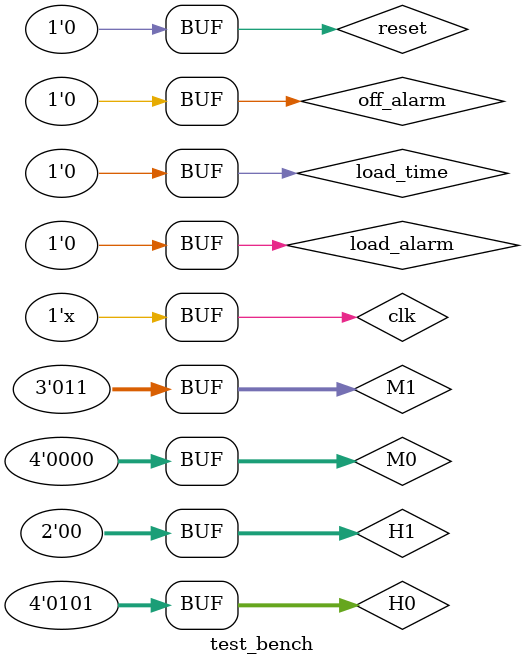
<source format=v>
`timescale 1ns / 1ps

/*
testing cases
time - 23:59
testing load alarm
testing off_alarm
*/

module test_bench;
  reg load_time, load_alarm, off_alarm, clk, reset;
  reg [1:0]H1;
  reg [3:0]H0; 
  reg [2:0]M1;
  reg [3:0]M0;
  wire clk_1s, alarm;
  wire [1:0]h1out;
  wire [3:0]h0out;
  wire [2:0]m1out;
  wire [3:0]m0out;
  wire [2:0]s1out; 
  wire [3:0]s0out;
  wire [6:0]displayH1, displayH0, displayM1, displayM0;
  
  clock uut(load_time, load_alarm, off_alarm, clk, reset, H1, H0, M1, M0, clk_1s, h1out, h0out, m1out, m0out, s1out, s0out, alarm, displayH1, displayH0, displayM1, displayM0);
  
  initial
    begin
      reset = 1'b1;
      clk = 1'b0;
      load_alarm = 1'b0;
      off_alarm = 1'b0;
      load_time = 1'b1;
      H1 = 2'b10;   // 2
      H0 = 4'b0011; // 3
      M1 = 3'b101; // 5
      M0 = 4'b1001; // 9
      #2 reset = ~reset;
      #4 load_time = load_time + 1'b1;
      H1 = 2'b00;   // 0
      H0 = 4'b0101; // 5
      M1 = 3'b011; // 3
      M0 = 4'b0000; // 0
      #900 load_alarm = ~load_alarm;
      #2 load_alarm = ~load_alarm;
      #158060 off_alarm = ~off_alarm;
      #10 off_alarm = ~off_alarm;
    end
  
  always #1 clk = clk + 1'b1;
  
  initial
    begin
      $dumpfile("dump.vcd"); $dumpvars;
    end
 
endmodule

</source>
